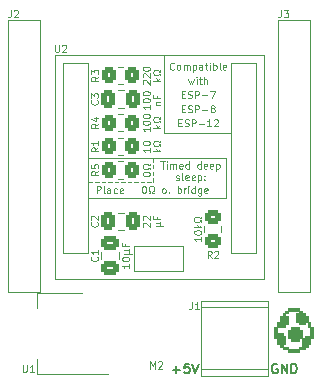
<source format=gto>
G04 #@! TF.GenerationSoftware,KiCad,Pcbnew,(6.0.2)*
G04 #@! TF.CreationDate,2022-09-29T23:54:19+02:00*
G04 #@! TF.ProjectId,ESPBreakoutBoard-Min-Cutout,45535042-7265-4616-9b6f-7574426f6172,rev?*
G04 #@! TF.SameCoordinates,Original*
G04 #@! TF.FileFunction,Legend,Top*
G04 #@! TF.FilePolarity,Positive*
%FSLAX46Y46*%
G04 Gerber Fmt 4.6, Leading zero omitted, Abs format (unit mm)*
G04 Created by KiCad (PCBNEW (6.0.2)) date 2022-09-29 23:54:19*
%MOMM*%
%LPD*%
G01*
G04 APERTURE LIST*
G04 Aperture macros list*
%AMRoundRect*
0 Rectangle with rounded corners*
0 $1 Rounding radius*
0 $2 $3 $4 $5 $6 $7 $8 $9 X,Y pos of 4 corners*
0 Add a 4 corners polygon primitive as box body*
4,1,4,$2,$3,$4,$5,$6,$7,$8,$9,$2,$3,0*
0 Add four circle primitives for the rounded corners*
1,1,$1+$1,$2,$3*
1,1,$1+$1,$4,$5*
1,1,$1+$1,$6,$7*
1,1,$1+$1,$8,$9*
0 Add four rect primitives between the rounded corners*
20,1,$1+$1,$2,$3,$4,$5,0*
20,1,$1+$1,$4,$5,$6,$7,0*
20,1,$1+$1,$6,$7,$8,$9,0*
20,1,$1+$1,$8,$9,$2,$3,0*%
G04 Aperture macros list end*
%ADD10C,0.120000*%
%ADD11C,0.110000*%
%ADD12C,0.150000*%
%ADD13C,0.100000*%
%ADD14C,0.010000*%
%ADD15RoundRect,0.250000X-0.337500X-0.475000X0.337500X-0.475000X0.337500X0.475000X-0.337500X0.475000X0*%
%ADD16RoundRect,0.249999X-0.450001X0.350001X-0.450001X-0.350001X0.450001X-0.350001X0.450001X0.350001X0*%
%ADD17RoundRect,0.249999X-0.350001X-0.450001X0.350001X-0.450001X0.350001X0.450001X-0.350001X0.450001X0*%
%ADD18RoundRect,0.249999X0.350001X0.450001X-0.350001X0.450001X-0.350001X-0.450001X0.350001X-0.450001X0*%
%ADD19R,2.000000X1.500000*%
%ADD20R,2.000000X3.800000*%
%ADD21R,2.200000X2.200000*%
%ADD22C,2.200000*%
%ADD23RoundRect,0.250275X0.474725X-0.337225X0.474725X0.337225X-0.474725X0.337225X-0.474725X-0.337225X0*%
%ADD24RoundRect,0.250000X0.475000X-0.337500X0.475000X0.337500X-0.475000X0.337500X-0.475000X-0.337500X0*%
%ADD25R,1.350000X1.350000*%
%ADD26O,1.350000X1.350000*%
%ADD27C,1.350000*%
%ADD28R,1.700000X1.700000*%
%ADD29O,1.700000X1.700000*%
%ADD30C,0.700000*%
%ADD31C,4.400000*%
G04 APERTURE END LIST*
D10*
X149550000Y-78350000D02*
X149550000Y-78650000D01*
X149550000Y-78950000D02*
X149550000Y-79250000D01*
X144100000Y-79800000D02*
X144400000Y-79800000D01*
X149550000Y-79500000D02*
X149550000Y-79800000D01*
X144650000Y-79800000D02*
X144950000Y-79800000D01*
X145200000Y-79800000D02*
X145500000Y-79800000D01*
X145750000Y-79800000D02*
X146050000Y-79800000D01*
X146300000Y-79800000D02*
X146600000Y-79800000D01*
X146850000Y-79800000D02*
X147150000Y-79800000D01*
X147400000Y-79800000D02*
X147700000Y-79800000D01*
X147950000Y-79800000D02*
X148250000Y-79800000D01*
X148500000Y-79800000D02*
X148800000Y-79800000D01*
X149050000Y-79800000D02*
X149350000Y-79800000D01*
X144100000Y-77800000D02*
X155750000Y-77800000D01*
X149550000Y-77800000D02*
X149550000Y-78100000D01*
X150500000Y-69100000D02*
X150500000Y-75700000D01*
X155750000Y-77800000D02*
X155750000Y-81200000D01*
X150500000Y-75700000D02*
X156100000Y-75700000D01*
X155750000Y-81200000D02*
X144100000Y-81200000D01*
D11*
X144764357Y-80771428D02*
X144764357Y-80171428D01*
X144992928Y-80171428D01*
X145050071Y-80200000D01*
X145078642Y-80228571D01*
X145107214Y-80285714D01*
X145107214Y-80371428D01*
X145078642Y-80428571D01*
X145050071Y-80457142D01*
X144992928Y-80485714D01*
X144764357Y-80485714D01*
X145450071Y-80771428D02*
X145392928Y-80742857D01*
X145364357Y-80685714D01*
X145364357Y-80171428D01*
X145935785Y-80771428D02*
X145935785Y-80457142D01*
X145907214Y-80400000D01*
X145850071Y-80371428D01*
X145735785Y-80371428D01*
X145678642Y-80400000D01*
X145935785Y-80742857D02*
X145878642Y-80771428D01*
X145735785Y-80771428D01*
X145678642Y-80742857D01*
X145650071Y-80685714D01*
X145650071Y-80628571D01*
X145678642Y-80571428D01*
X145735785Y-80542857D01*
X145878642Y-80542857D01*
X145935785Y-80514285D01*
X146478642Y-80742857D02*
X146421500Y-80771428D01*
X146307214Y-80771428D01*
X146250071Y-80742857D01*
X146221500Y-80714285D01*
X146192928Y-80657142D01*
X146192928Y-80485714D01*
X146221500Y-80428571D01*
X146250071Y-80400000D01*
X146307214Y-80371428D01*
X146421500Y-80371428D01*
X146478642Y-80400000D01*
X146964357Y-80742857D02*
X146907214Y-80771428D01*
X146792928Y-80771428D01*
X146735785Y-80742857D01*
X146707214Y-80685714D01*
X146707214Y-80457142D01*
X146735785Y-80400000D01*
X146792928Y-80371428D01*
X146907214Y-80371428D01*
X146964357Y-80400000D01*
X146992928Y-80457142D01*
X146992928Y-80514285D01*
X146707214Y-80571428D01*
X148735785Y-80171428D02*
X148792928Y-80171428D01*
X148850071Y-80200000D01*
X148878642Y-80228571D01*
X148907214Y-80285714D01*
X148935785Y-80400000D01*
X148935785Y-80542857D01*
X148907214Y-80657142D01*
X148878642Y-80714285D01*
X148850071Y-80742857D01*
X148792928Y-80771428D01*
X148735785Y-80771428D01*
X148678642Y-80742857D01*
X148650071Y-80714285D01*
X148621500Y-80657142D01*
X148592928Y-80542857D01*
X148592928Y-80400000D01*
X148621500Y-80285714D01*
X148650071Y-80228571D01*
X148678642Y-80200000D01*
X148735785Y-80171428D01*
X149164357Y-80771428D02*
X149307214Y-80771428D01*
X149307214Y-80657142D01*
X149250071Y-80628571D01*
X149192928Y-80571428D01*
X149164357Y-80485714D01*
X149164357Y-80342857D01*
X149192928Y-80257142D01*
X149250071Y-80200000D01*
X149335785Y-80171428D01*
X149450071Y-80171428D01*
X149535785Y-80200000D01*
X149592928Y-80257142D01*
X149621500Y-80342857D01*
X149621500Y-80485714D01*
X149592928Y-80571428D01*
X149535785Y-80628571D01*
X149478642Y-80657142D01*
X149478642Y-80771428D01*
X149621500Y-80771428D01*
X150421500Y-80771428D02*
X150364357Y-80742857D01*
X150335785Y-80714285D01*
X150307214Y-80657142D01*
X150307214Y-80485714D01*
X150335785Y-80428571D01*
X150364357Y-80400000D01*
X150421500Y-80371428D01*
X150507214Y-80371428D01*
X150564357Y-80400000D01*
X150592928Y-80428571D01*
X150621500Y-80485714D01*
X150621500Y-80657142D01*
X150592928Y-80714285D01*
X150564357Y-80742857D01*
X150507214Y-80771428D01*
X150421500Y-80771428D01*
X150878642Y-80714285D02*
X150907214Y-80742857D01*
X150878642Y-80771428D01*
X150850071Y-80742857D01*
X150878642Y-80714285D01*
X150878642Y-80771428D01*
X151621500Y-80771428D02*
X151621500Y-80171428D01*
X151621500Y-80400000D02*
X151678642Y-80371428D01*
X151792928Y-80371428D01*
X151850071Y-80400000D01*
X151878642Y-80428571D01*
X151907214Y-80485714D01*
X151907214Y-80657142D01*
X151878642Y-80714285D01*
X151850071Y-80742857D01*
X151792928Y-80771428D01*
X151678642Y-80771428D01*
X151621500Y-80742857D01*
X152164357Y-80771428D02*
X152164357Y-80371428D01*
X152164357Y-80485714D02*
X152192928Y-80428571D01*
X152221500Y-80400000D01*
X152278642Y-80371428D01*
X152335785Y-80371428D01*
X152535785Y-80771428D02*
X152535785Y-80371428D01*
X152535785Y-80171428D02*
X152507214Y-80200000D01*
X152535785Y-80228571D01*
X152564357Y-80200000D01*
X152535785Y-80171428D01*
X152535785Y-80228571D01*
X153078642Y-80771428D02*
X153078642Y-80171428D01*
X153078642Y-80742857D02*
X153021500Y-80771428D01*
X152907214Y-80771428D01*
X152850071Y-80742857D01*
X152821500Y-80714285D01*
X152792928Y-80657142D01*
X152792928Y-80485714D01*
X152821500Y-80428571D01*
X152850071Y-80400000D01*
X152907214Y-80371428D01*
X153021500Y-80371428D01*
X153078642Y-80400000D01*
X153621500Y-80371428D02*
X153621500Y-80857142D01*
X153592928Y-80914285D01*
X153564357Y-80942857D01*
X153507214Y-80971428D01*
X153421500Y-80971428D01*
X153364357Y-80942857D01*
X153621500Y-80742857D02*
X153564357Y-80771428D01*
X153450071Y-80771428D01*
X153392928Y-80742857D01*
X153364357Y-80714285D01*
X153335785Y-80657142D01*
X153335785Y-80485714D01*
X153364357Y-80428571D01*
X153392928Y-80400000D01*
X153450071Y-80371428D01*
X153564357Y-80371428D01*
X153621500Y-80400000D01*
X154135785Y-80742857D02*
X154078642Y-80771428D01*
X153964357Y-80771428D01*
X153907214Y-80742857D01*
X153878642Y-80685714D01*
X153878642Y-80457142D01*
X153907214Y-80400000D01*
X153964357Y-80371428D01*
X154078642Y-80371428D01*
X154135785Y-80400000D01*
X154164357Y-80457142D01*
X154164357Y-80514285D01*
X153878642Y-80571428D01*
D12*
X160040476Y-95250000D02*
X159964285Y-95211904D01*
X159850000Y-95211904D01*
X159735714Y-95250000D01*
X159659523Y-95326190D01*
X159621428Y-95402380D01*
X159583333Y-95554761D01*
X159583333Y-95669047D01*
X159621428Y-95821428D01*
X159659523Y-95897619D01*
X159735714Y-95973809D01*
X159850000Y-96011904D01*
X159926190Y-96011904D01*
X160040476Y-95973809D01*
X160078571Y-95935714D01*
X160078571Y-95669047D01*
X159926190Y-95669047D01*
X160421428Y-96011904D02*
X160421428Y-95211904D01*
X160878571Y-96011904D01*
X160878571Y-95211904D01*
X161259523Y-96011904D02*
X161259523Y-95211904D01*
X161450000Y-95211904D01*
X161564285Y-95250000D01*
X161640476Y-95326190D01*
X161678571Y-95402380D01*
X161716666Y-95554761D01*
X161716666Y-95669047D01*
X161678571Y-95821428D01*
X161640476Y-95897619D01*
X161564285Y-95973809D01*
X161450000Y-96011904D01*
X161259523Y-96011904D01*
X151221428Y-95707142D02*
X151830952Y-95707142D01*
X151526190Y-96011904D02*
X151526190Y-95402380D01*
X152592857Y-95211904D02*
X152211904Y-95211904D01*
X152173809Y-95592857D01*
X152211904Y-95554761D01*
X152288095Y-95516666D01*
X152478571Y-95516666D01*
X152554761Y-95554761D01*
X152592857Y-95592857D01*
X152630952Y-95669047D01*
X152630952Y-95859523D01*
X152592857Y-95935714D01*
X152554761Y-95973809D01*
X152478571Y-96011904D01*
X152288095Y-96011904D01*
X152211904Y-95973809D01*
X152173809Y-95935714D01*
X152859523Y-95211904D02*
X153126190Y-96011904D01*
X153392857Y-95211904D01*
D11*
X151978571Y-73607142D02*
X152178571Y-73607142D01*
X152264285Y-73921428D02*
X151978571Y-73921428D01*
X151978571Y-73321428D01*
X152264285Y-73321428D01*
X152492857Y-73892857D02*
X152578571Y-73921428D01*
X152721428Y-73921428D01*
X152778571Y-73892857D01*
X152807142Y-73864285D01*
X152835714Y-73807142D01*
X152835714Y-73750000D01*
X152807142Y-73692857D01*
X152778571Y-73664285D01*
X152721428Y-73635714D01*
X152607142Y-73607142D01*
X152550000Y-73578571D01*
X152521428Y-73550000D01*
X152492857Y-73492857D01*
X152492857Y-73435714D01*
X152521428Y-73378571D01*
X152550000Y-73350000D01*
X152607142Y-73321428D01*
X152750000Y-73321428D01*
X152835714Y-73350000D01*
X153092857Y-73921428D02*
X153092857Y-73321428D01*
X153321428Y-73321428D01*
X153378571Y-73350000D01*
X153407142Y-73378571D01*
X153435714Y-73435714D01*
X153435714Y-73521428D01*
X153407142Y-73578571D01*
X153378571Y-73607142D01*
X153321428Y-73635714D01*
X153092857Y-73635714D01*
X153692857Y-73692857D02*
X154150000Y-73692857D01*
X154521428Y-73578571D02*
X154464285Y-73550000D01*
X154435714Y-73521428D01*
X154407142Y-73464285D01*
X154407142Y-73435714D01*
X154435714Y-73378571D01*
X154464285Y-73350000D01*
X154521428Y-73321428D01*
X154635714Y-73321428D01*
X154692857Y-73350000D01*
X154721428Y-73378571D01*
X154750000Y-73435714D01*
X154750000Y-73464285D01*
X154721428Y-73521428D01*
X154692857Y-73550000D01*
X154635714Y-73578571D01*
X154521428Y-73578571D01*
X154464285Y-73607142D01*
X154435714Y-73635714D01*
X154407142Y-73692857D01*
X154407142Y-73807142D01*
X154435714Y-73864285D01*
X154464285Y-73892857D01*
X154521428Y-73921428D01*
X154635714Y-73921428D01*
X154692857Y-73892857D01*
X154721428Y-73864285D01*
X154750000Y-73807142D01*
X154750000Y-73692857D01*
X154721428Y-73635714D01*
X154692857Y-73607142D01*
X154635714Y-73578571D01*
X152535714Y-71121428D02*
X152650000Y-71521428D01*
X152764285Y-71235714D01*
X152878571Y-71521428D01*
X152992857Y-71121428D01*
X153221428Y-71521428D02*
X153221428Y-71121428D01*
X153221428Y-70921428D02*
X153192857Y-70950000D01*
X153221428Y-70978571D01*
X153250000Y-70950000D01*
X153221428Y-70921428D01*
X153221428Y-70978571D01*
X153421428Y-71121428D02*
X153650000Y-71121428D01*
X153507142Y-70921428D02*
X153507142Y-71435714D01*
X153535714Y-71492857D01*
X153592857Y-71521428D01*
X153650000Y-71521428D01*
X153850000Y-71521428D02*
X153850000Y-70921428D01*
X154107142Y-71521428D02*
X154107142Y-71207142D01*
X154078571Y-71150000D01*
X154021428Y-71121428D01*
X153935714Y-71121428D01*
X153878571Y-71150000D01*
X153850000Y-71178571D01*
X151978571Y-72407142D02*
X152178571Y-72407142D01*
X152264285Y-72721428D02*
X151978571Y-72721428D01*
X151978571Y-72121428D01*
X152264285Y-72121428D01*
X152492857Y-72692857D02*
X152578571Y-72721428D01*
X152721428Y-72721428D01*
X152778571Y-72692857D01*
X152807142Y-72664285D01*
X152835714Y-72607142D01*
X152835714Y-72550000D01*
X152807142Y-72492857D01*
X152778571Y-72464285D01*
X152721428Y-72435714D01*
X152607142Y-72407142D01*
X152550000Y-72378571D01*
X152521428Y-72350000D01*
X152492857Y-72292857D01*
X152492857Y-72235714D01*
X152521428Y-72178571D01*
X152550000Y-72150000D01*
X152607142Y-72121428D01*
X152750000Y-72121428D01*
X152835714Y-72150000D01*
X153092857Y-72721428D02*
X153092857Y-72121428D01*
X153321428Y-72121428D01*
X153378571Y-72150000D01*
X153407142Y-72178571D01*
X153435714Y-72235714D01*
X153435714Y-72321428D01*
X153407142Y-72378571D01*
X153378571Y-72407142D01*
X153321428Y-72435714D01*
X153092857Y-72435714D01*
X153692857Y-72492857D02*
X154150000Y-72492857D01*
X154378571Y-72121428D02*
X154778571Y-72121428D01*
X154521428Y-72721428D01*
X150171428Y-78088428D02*
X150514285Y-78088428D01*
X150342857Y-78688428D02*
X150342857Y-78088428D01*
X150714285Y-78688428D02*
X150714285Y-78288428D01*
X150714285Y-78088428D02*
X150685714Y-78117000D01*
X150714285Y-78145571D01*
X150742857Y-78117000D01*
X150714285Y-78088428D01*
X150714285Y-78145571D01*
X151000000Y-78688428D02*
X151000000Y-78288428D01*
X151000000Y-78345571D02*
X151028571Y-78317000D01*
X151085714Y-78288428D01*
X151171428Y-78288428D01*
X151228571Y-78317000D01*
X151257142Y-78374142D01*
X151257142Y-78688428D01*
X151257142Y-78374142D02*
X151285714Y-78317000D01*
X151342857Y-78288428D01*
X151428571Y-78288428D01*
X151485714Y-78317000D01*
X151514285Y-78374142D01*
X151514285Y-78688428D01*
X152028571Y-78659857D02*
X151971428Y-78688428D01*
X151857142Y-78688428D01*
X151800000Y-78659857D01*
X151771428Y-78602714D01*
X151771428Y-78374142D01*
X151800000Y-78317000D01*
X151857142Y-78288428D01*
X151971428Y-78288428D01*
X152028571Y-78317000D01*
X152057142Y-78374142D01*
X152057142Y-78431285D01*
X151771428Y-78488428D01*
X152571428Y-78688428D02*
X152571428Y-78088428D01*
X152571428Y-78659857D02*
X152514285Y-78688428D01*
X152400000Y-78688428D01*
X152342857Y-78659857D01*
X152314285Y-78631285D01*
X152285714Y-78574142D01*
X152285714Y-78402714D01*
X152314285Y-78345571D01*
X152342857Y-78317000D01*
X152400000Y-78288428D01*
X152514285Y-78288428D01*
X152571428Y-78317000D01*
X153571428Y-78688428D02*
X153571428Y-78088428D01*
X153571428Y-78659857D02*
X153514285Y-78688428D01*
X153400000Y-78688428D01*
X153342857Y-78659857D01*
X153314285Y-78631285D01*
X153285714Y-78574142D01*
X153285714Y-78402714D01*
X153314285Y-78345571D01*
X153342857Y-78317000D01*
X153400000Y-78288428D01*
X153514285Y-78288428D01*
X153571428Y-78317000D01*
X154085714Y-78659857D02*
X154028571Y-78688428D01*
X153914285Y-78688428D01*
X153857142Y-78659857D01*
X153828571Y-78602714D01*
X153828571Y-78374142D01*
X153857142Y-78317000D01*
X153914285Y-78288428D01*
X154028571Y-78288428D01*
X154085714Y-78317000D01*
X154114285Y-78374142D01*
X154114285Y-78431285D01*
X153828571Y-78488428D01*
X154600000Y-78659857D02*
X154542857Y-78688428D01*
X154428571Y-78688428D01*
X154371428Y-78659857D01*
X154342857Y-78602714D01*
X154342857Y-78374142D01*
X154371428Y-78317000D01*
X154428571Y-78288428D01*
X154542857Y-78288428D01*
X154600000Y-78317000D01*
X154628571Y-78374142D01*
X154628571Y-78431285D01*
X154342857Y-78488428D01*
X154885714Y-78288428D02*
X154885714Y-78888428D01*
X154885714Y-78317000D02*
X154942857Y-78288428D01*
X155057142Y-78288428D01*
X155114285Y-78317000D01*
X155142857Y-78345571D01*
X155171428Y-78402714D01*
X155171428Y-78574142D01*
X155142857Y-78631285D01*
X155114285Y-78659857D01*
X155057142Y-78688428D01*
X154942857Y-78688428D01*
X154885714Y-78659857D01*
X151485714Y-79625857D02*
X151542857Y-79654428D01*
X151657142Y-79654428D01*
X151714285Y-79625857D01*
X151742857Y-79568714D01*
X151742857Y-79540142D01*
X151714285Y-79483000D01*
X151657142Y-79454428D01*
X151571428Y-79454428D01*
X151514285Y-79425857D01*
X151485714Y-79368714D01*
X151485714Y-79340142D01*
X151514285Y-79283000D01*
X151571428Y-79254428D01*
X151657142Y-79254428D01*
X151714285Y-79283000D01*
X152085714Y-79654428D02*
X152028571Y-79625857D01*
X152000000Y-79568714D01*
X152000000Y-79054428D01*
X152542857Y-79625857D02*
X152485714Y-79654428D01*
X152371428Y-79654428D01*
X152314285Y-79625857D01*
X152285714Y-79568714D01*
X152285714Y-79340142D01*
X152314285Y-79283000D01*
X152371428Y-79254428D01*
X152485714Y-79254428D01*
X152542857Y-79283000D01*
X152571428Y-79340142D01*
X152571428Y-79397285D01*
X152285714Y-79454428D01*
X153057142Y-79625857D02*
X153000000Y-79654428D01*
X152885714Y-79654428D01*
X152828571Y-79625857D01*
X152800000Y-79568714D01*
X152800000Y-79340142D01*
X152828571Y-79283000D01*
X152885714Y-79254428D01*
X153000000Y-79254428D01*
X153057142Y-79283000D01*
X153085714Y-79340142D01*
X153085714Y-79397285D01*
X152800000Y-79454428D01*
X153342857Y-79254428D02*
X153342857Y-79854428D01*
X153342857Y-79283000D02*
X153400000Y-79254428D01*
X153514285Y-79254428D01*
X153571428Y-79283000D01*
X153600000Y-79311571D01*
X153628571Y-79368714D01*
X153628571Y-79540142D01*
X153600000Y-79597285D01*
X153571428Y-79625857D01*
X153514285Y-79654428D01*
X153400000Y-79654428D01*
X153342857Y-79625857D01*
X153885714Y-79597285D02*
X153914285Y-79625857D01*
X153885714Y-79654428D01*
X153857142Y-79625857D01*
X153885714Y-79597285D01*
X153885714Y-79654428D01*
X153885714Y-79283000D02*
X153914285Y-79311571D01*
X153885714Y-79340142D01*
X153857142Y-79311571D01*
X153885714Y-79283000D01*
X153885714Y-79340142D01*
X151692857Y-74807142D02*
X151892857Y-74807142D01*
X151978571Y-75121428D02*
X151692857Y-75121428D01*
X151692857Y-74521428D01*
X151978571Y-74521428D01*
X152207142Y-75092857D02*
X152292857Y-75121428D01*
X152435714Y-75121428D01*
X152492857Y-75092857D01*
X152521428Y-75064285D01*
X152550000Y-75007142D01*
X152550000Y-74950000D01*
X152521428Y-74892857D01*
X152492857Y-74864285D01*
X152435714Y-74835714D01*
X152321428Y-74807142D01*
X152264285Y-74778571D01*
X152235714Y-74750000D01*
X152207142Y-74692857D01*
X152207142Y-74635714D01*
X152235714Y-74578571D01*
X152264285Y-74550000D01*
X152321428Y-74521428D01*
X152464285Y-74521428D01*
X152550000Y-74550000D01*
X152807142Y-75121428D02*
X152807142Y-74521428D01*
X153035714Y-74521428D01*
X153092857Y-74550000D01*
X153121428Y-74578571D01*
X153150000Y-74635714D01*
X153150000Y-74721428D01*
X153121428Y-74778571D01*
X153092857Y-74807142D01*
X153035714Y-74835714D01*
X152807142Y-74835714D01*
X153407142Y-74892857D02*
X153864285Y-74892857D01*
X154464285Y-75121428D02*
X154121428Y-75121428D01*
X154292857Y-75121428D02*
X154292857Y-74521428D01*
X154235714Y-74607142D01*
X154178571Y-74664285D01*
X154121428Y-74692857D01*
X154692857Y-74578571D02*
X154721428Y-74550000D01*
X154778571Y-74521428D01*
X154921428Y-74521428D01*
X154978571Y-74550000D01*
X155007142Y-74578571D01*
X155035714Y-74635714D01*
X155035714Y-74692857D01*
X155007142Y-74778571D01*
X154664285Y-75121428D01*
X155035714Y-75121428D01*
X151321428Y-70264285D02*
X151292857Y-70292857D01*
X151207142Y-70321428D01*
X151150000Y-70321428D01*
X151064285Y-70292857D01*
X151007142Y-70235714D01*
X150978571Y-70178571D01*
X150950000Y-70064285D01*
X150950000Y-69978571D01*
X150978571Y-69864285D01*
X151007142Y-69807142D01*
X151064285Y-69750000D01*
X151150000Y-69721428D01*
X151207142Y-69721428D01*
X151292857Y-69750000D01*
X151321428Y-69778571D01*
X151664285Y-70321428D02*
X151607142Y-70292857D01*
X151578571Y-70264285D01*
X151550000Y-70207142D01*
X151550000Y-70035714D01*
X151578571Y-69978571D01*
X151607142Y-69950000D01*
X151664285Y-69921428D01*
X151750000Y-69921428D01*
X151807142Y-69950000D01*
X151835714Y-69978571D01*
X151864285Y-70035714D01*
X151864285Y-70207142D01*
X151835714Y-70264285D01*
X151807142Y-70292857D01*
X151750000Y-70321428D01*
X151664285Y-70321428D01*
X152121428Y-70321428D02*
X152121428Y-69921428D01*
X152121428Y-69978571D02*
X152150000Y-69950000D01*
X152207142Y-69921428D01*
X152292857Y-69921428D01*
X152350000Y-69950000D01*
X152378571Y-70007142D01*
X152378571Y-70321428D01*
X152378571Y-70007142D02*
X152407142Y-69950000D01*
X152464285Y-69921428D01*
X152550000Y-69921428D01*
X152607142Y-69950000D01*
X152635714Y-70007142D01*
X152635714Y-70321428D01*
X152921428Y-69921428D02*
X152921428Y-70521428D01*
X152921428Y-69950000D02*
X152978571Y-69921428D01*
X153092857Y-69921428D01*
X153150000Y-69950000D01*
X153178571Y-69978571D01*
X153207142Y-70035714D01*
X153207142Y-70207142D01*
X153178571Y-70264285D01*
X153150000Y-70292857D01*
X153092857Y-70321428D01*
X152978571Y-70321428D01*
X152921428Y-70292857D01*
X153721428Y-70321428D02*
X153721428Y-70007142D01*
X153692857Y-69950000D01*
X153635714Y-69921428D01*
X153521428Y-69921428D01*
X153464285Y-69950000D01*
X153721428Y-70292857D02*
X153664285Y-70321428D01*
X153521428Y-70321428D01*
X153464285Y-70292857D01*
X153435714Y-70235714D01*
X153435714Y-70178571D01*
X153464285Y-70121428D01*
X153521428Y-70092857D01*
X153664285Y-70092857D01*
X153721428Y-70064285D01*
X153921428Y-69921428D02*
X154150000Y-69921428D01*
X154007142Y-69721428D02*
X154007142Y-70235714D01*
X154035714Y-70292857D01*
X154092857Y-70321428D01*
X154150000Y-70321428D01*
X154350000Y-70321428D02*
X154350000Y-69921428D01*
X154350000Y-69721428D02*
X154321428Y-69750000D01*
X154350000Y-69778571D01*
X154378571Y-69750000D01*
X154350000Y-69721428D01*
X154350000Y-69778571D01*
X154635714Y-70321428D02*
X154635714Y-69721428D01*
X154635714Y-69950000D02*
X154692857Y-69921428D01*
X154807142Y-69921428D01*
X154864285Y-69950000D01*
X154892857Y-69978571D01*
X154921428Y-70035714D01*
X154921428Y-70207142D01*
X154892857Y-70264285D01*
X154864285Y-70292857D01*
X154807142Y-70321428D01*
X154692857Y-70321428D01*
X154635714Y-70292857D01*
X155264285Y-70321428D02*
X155207142Y-70292857D01*
X155178571Y-70235714D01*
X155178571Y-69721428D01*
X155721428Y-70292857D02*
X155664285Y-70321428D01*
X155550000Y-70321428D01*
X155492857Y-70292857D01*
X155464285Y-70235714D01*
X155464285Y-70007142D01*
X155492857Y-69950000D01*
X155550000Y-69921428D01*
X155664285Y-69921428D01*
X155721428Y-69950000D01*
X155750000Y-70007142D01*
X155750000Y-70064285D01*
X155464285Y-70121428D01*
D13*
X144814285Y-83250000D02*
X144842857Y-83278571D01*
X144871428Y-83364285D01*
X144871428Y-83421428D01*
X144842857Y-83507142D01*
X144785714Y-83564285D01*
X144728571Y-83592857D01*
X144614285Y-83621428D01*
X144528571Y-83621428D01*
X144414285Y-83592857D01*
X144357142Y-83564285D01*
X144300000Y-83507142D01*
X144271428Y-83421428D01*
X144271428Y-83364285D01*
X144300000Y-83278571D01*
X144328571Y-83250000D01*
X144328571Y-83021428D02*
X144300000Y-82992857D01*
X144271428Y-82935714D01*
X144271428Y-82792857D01*
X144300000Y-82735714D01*
X144328571Y-82707142D01*
X144385714Y-82678571D01*
X144442857Y-82678571D01*
X144528571Y-82707142D01*
X144871428Y-83050000D01*
X144871428Y-82678571D01*
X148728571Y-83607142D02*
X148700000Y-83578571D01*
X148671428Y-83521428D01*
X148671428Y-83378571D01*
X148700000Y-83321428D01*
X148728571Y-83292857D01*
X148785714Y-83264285D01*
X148842857Y-83264285D01*
X148928571Y-83292857D01*
X149271428Y-83635714D01*
X149271428Y-83264285D01*
X148728571Y-83035714D02*
X148700000Y-83007142D01*
X148671428Y-82950000D01*
X148671428Y-82807142D01*
X148700000Y-82750000D01*
X148728571Y-82721428D01*
X148785714Y-82692857D01*
X148842857Y-82692857D01*
X148928571Y-82721428D01*
X149271428Y-83064285D01*
X149271428Y-82692857D01*
X149771428Y-83578571D02*
X150371428Y-83578571D01*
X150085714Y-83292857D02*
X150142857Y-83264285D01*
X150171428Y-83207142D01*
X150085714Y-83578571D02*
X150142857Y-83550000D01*
X150171428Y-83492857D01*
X150171428Y-83378571D01*
X150142857Y-83321428D01*
X150085714Y-83292857D01*
X149771428Y-83292857D01*
X149857142Y-82750000D02*
X149857142Y-82950000D01*
X150171428Y-82950000D02*
X149571428Y-82950000D01*
X149571428Y-82664285D01*
X144814285Y-72900000D02*
X144842857Y-72928571D01*
X144871428Y-73014285D01*
X144871428Y-73071428D01*
X144842857Y-73157142D01*
X144785714Y-73214285D01*
X144728571Y-73242857D01*
X144614285Y-73271428D01*
X144528571Y-73271428D01*
X144414285Y-73242857D01*
X144357142Y-73214285D01*
X144300000Y-73157142D01*
X144271428Y-73071428D01*
X144271428Y-73014285D01*
X144300000Y-72928571D01*
X144328571Y-72900000D01*
X144271428Y-72700000D02*
X144271428Y-72328571D01*
X144500000Y-72528571D01*
X144500000Y-72442857D01*
X144528571Y-72385714D01*
X144557142Y-72357142D01*
X144614285Y-72328571D01*
X144757142Y-72328571D01*
X144814285Y-72357142D01*
X144842857Y-72385714D01*
X144871428Y-72442857D01*
X144871428Y-72614285D01*
X144842857Y-72671428D01*
X144814285Y-72700000D01*
X149271428Y-73300000D02*
X149271428Y-73642857D01*
X149271428Y-73471428D02*
X148671428Y-73471428D01*
X148757142Y-73528571D01*
X148814285Y-73585714D01*
X148842857Y-73642857D01*
X148671428Y-72928571D02*
X148671428Y-72871428D01*
X148700000Y-72814285D01*
X148728571Y-72785714D01*
X148785714Y-72757142D01*
X148900000Y-72728571D01*
X149042857Y-72728571D01*
X149157142Y-72757142D01*
X149214285Y-72785714D01*
X149242857Y-72814285D01*
X149271428Y-72871428D01*
X149271428Y-72928571D01*
X149242857Y-72985714D01*
X149214285Y-73014285D01*
X149157142Y-73042857D01*
X149042857Y-73071428D01*
X148900000Y-73071428D01*
X148785714Y-73042857D01*
X148728571Y-73014285D01*
X148700000Y-72985714D01*
X148671428Y-72928571D01*
X148671428Y-72357142D02*
X148671428Y-72300000D01*
X148700000Y-72242857D01*
X148728571Y-72214285D01*
X148785714Y-72185714D01*
X148900000Y-72157142D01*
X149042857Y-72157142D01*
X149157142Y-72185714D01*
X149214285Y-72214285D01*
X149242857Y-72242857D01*
X149271428Y-72300000D01*
X149271428Y-72357142D01*
X149242857Y-72414285D01*
X149214285Y-72442857D01*
X149157142Y-72471428D01*
X149042857Y-72500000D01*
X148900000Y-72500000D01*
X148785714Y-72471428D01*
X148728571Y-72442857D01*
X148700000Y-72414285D01*
X148671428Y-72357142D01*
X149771428Y-73285714D02*
X150171428Y-73285714D01*
X149828571Y-73285714D02*
X149800000Y-73257142D01*
X149771428Y-73200000D01*
X149771428Y-73114285D01*
X149800000Y-73057142D01*
X149857142Y-73028571D01*
X150171428Y-73028571D01*
X149857142Y-72542857D02*
X149857142Y-72742857D01*
X150171428Y-72742857D02*
X149571428Y-72742857D01*
X149571428Y-72457142D01*
X154500000Y-86271428D02*
X154300000Y-85985714D01*
X154157142Y-86271428D02*
X154157142Y-85671428D01*
X154385714Y-85671428D01*
X154442857Y-85700000D01*
X154471428Y-85728571D01*
X154500000Y-85785714D01*
X154500000Y-85871428D01*
X154471428Y-85928571D01*
X154442857Y-85957142D01*
X154385714Y-85985714D01*
X154157142Y-85985714D01*
X154728571Y-85728571D02*
X154757142Y-85700000D01*
X154814285Y-85671428D01*
X154957142Y-85671428D01*
X155014285Y-85700000D01*
X155042857Y-85728571D01*
X155071428Y-85785714D01*
X155071428Y-85842857D01*
X155042857Y-85928571D01*
X154700000Y-86271428D01*
X155071428Y-86271428D01*
X153621428Y-84500000D02*
X153621428Y-84842857D01*
X153621428Y-84671428D02*
X153021428Y-84671428D01*
X153107142Y-84728571D01*
X153164285Y-84785714D01*
X153192857Y-84842857D01*
X153021428Y-84128571D02*
X153021428Y-84071428D01*
X153050000Y-84014285D01*
X153078571Y-83985714D01*
X153135714Y-83957142D01*
X153250000Y-83928571D01*
X153392857Y-83928571D01*
X153507142Y-83957142D01*
X153564285Y-83985714D01*
X153592857Y-84014285D01*
X153621428Y-84071428D01*
X153621428Y-84128571D01*
X153592857Y-84185714D01*
X153564285Y-84214285D01*
X153507142Y-84242857D01*
X153392857Y-84271428D01*
X153250000Y-84271428D01*
X153135714Y-84242857D01*
X153078571Y-84214285D01*
X153050000Y-84185714D01*
X153021428Y-84128571D01*
X153621428Y-83671428D02*
X153021428Y-83671428D01*
X153392857Y-83614285D02*
X153621428Y-83442857D01*
X153221428Y-83442857D02*
X153450000Y-83671428D01*
X153621428Y-83214285D02*
X153621428Y-83071428D01*
X153507142Y-83071428D01*
X153478571Y-83128571D01*
X153421428Y-83185714D01*
X153335714Y-83214285D01*
X153192857Y-83214285D01*
X153107142Y-83185714D01*
X153050000Y-83128571D01*
X153021428Y-83042857D01*
X153021428Y-82928571D01*
X153050000Y-82842857D01*
X153107142Y-82785714D01*
X153192857Y-82757142D01*
X153335714Y-82757142D01*
X153421428Y-82785714D01*
X153478571Y-82842857D01*
X153507142Y-82900000D01*
X153621428Y-82900000D01*
X153621428Y-82757142D01*
X144921428Y-70900000D02*
X144635714Y-71100000D01*
X144921428Y-71242857D02*
X144321428Y-71242857D01*
X144321428Y-71014285D01*
X144350000Y-70957142D01*
X144378571Y-70928571D01*
X144435714Y-70900000D01*
X144521428Y-70900000D01*
X144578571Y-70928571D01*
X144607142Y-70957142D01*
X144635714Y-71014285D01*
X144635714Y-71242857D01*
X144321428Y-70700000D02*
X144321428Y-70328571D01*
X144550000Y-70528571D01*
X144550000Y-70442857D01*
X144578571Y-70385714D01*
X144607142Y-70357142D01*
X144664285Y-70328571D01*
X144807142Y-70328571D01*
X144864285Y-70357142D01*
X144892857Y-70385714D01*
X144921428Y-70442857D01*
X144921428Y-70614285D01*
X144892857Y-70671428D01*
X144864285Y-70700000D01*
X148728571Y-71542857D02*
X148700000Y-71514285D01*
X148671428Y-71457142D01*
X148671428Y-71314285D01*
X148700000Y-71257142D01*
X148728571Y-71228571D01*
X148785714Y-71200000D01*
X148842857Y-71200000D01*
X148928571Y-71228571D01*
X149271428Y-71571428D01*
X149271428Y-71200000D01*
X148728571Y-70971428D02*
X148700000Y-70942857D01*
X148671428Y-70885714D01*
X148671428Y-70742857D01*
X148700000Y-70685714D01*
X148728571Y-70657142D01*
X148785714Y-70628571D01*
X148842857Y-70628571D01*
X148928571Y-70657142D01*
X149271428Y-71000000D01*
X149271428Y-70628571D01*
X148671428Y-70257142D02*
X148671428Y-70200000D01*
X148700000Y-70142857D01*
X148728571Y-70114285D01*
X148785714Y-70085714D01*
X148900000Y-70057142D01*
X149042857Y-70057142D01*
X149157142Y-70085714D01*
X149214285Y-70114285D01*
X149242857Y-70142857D01*
X149271428Y-70200000D01*
X149271428Y-70257142D01*
X149242857Y-70314285D01*
X149214285Y-70342857D01*
X149157142Y-70371428D01*
X149042857Y-70400000D01*
X148900000Y-70400000D01*
X148785714Y-70371428D01*
X148728571Y-70342857D01*
X148700000Y-70314285D01*
X148671428Y-70257142D01*
X150171428Y-71242857D02*
X149571428Y-71242857D01*
X149942857Y-71185714D02*
X150171428Y-71014285D01*
X149771428Y-71014285D02*
X150000000Y-71242857D01*
X150171428Y-70785714D02*
X150171428Y-70642857D01*
X150057142Y-70642857D01*
X150028571Y-70700000D01*
X149971428Y-70757142D01*
X149885714Y-70785714D01*
X149742857Y-70785714D01*
X149657142Y-70757142D01*
X149600000Y-70700000D01*
X149571428Y-70614285D01*
X149571428Y-70500000D01*
X149600000Y-70414285D01*
X149657142Y-70357142D01*
X149742857Y-70328571D01*
X149885714Y-70328571D01*
X149971428Y-70357142D01*
X150028571Y-70414285D01*
X150057142Y-70471428D01*
X150171428Y-70471428D01*
X150171428Y-70328571D01*
X144921428Y-74900000D02*
X144635714Y-75100000D01*
X144921428Y-75242857D02*
X144321428Y-75242857D01*
X144321428Y-75014285D01*
X144350000Y-74957142D01*
X144378571Y-74928571D01*
X144435714Y-74900000D01*
X144521428Y-74900000D01*
X144578571Y-74928571D01*
X144607142Y-74957142D01*
X144635714Y-75014285D01*
X144635714Y-75242857D01*
X144521428Y-74385714D02*
X144921428Y-74385714D01*
X144292857Y-74528571D02*
X144721428Y-74671428D01*
X144721428Y-74300000D01*
X149271428Y-75200000D02*
X149271428Y-75542857D01*
X149271428Y-75371428D02*
X148671428Y-75371428D01*
X148757142Y-75428571D01*
X148814285Y-75485714D01*
X148842857Y-75542857D01*
X148671428Y-74828571D02*
X148671428Y-74771428D01*
X148700000Y-74714285D01*
X148728571Y-74685714D01*
X148785714Y-74657142D01*
X148900000Y-74628571D01*
X149042857Y-74628571D01*
X149157142Y-74657142D01*
X149214285Y-74685714D01*
X149242857Y-74714285D01*
X149271428Y-74771428D01*
X149271428Y-74828571D01*
X149242857Y-74885714D01*
X149214285Y-74914285D01*
X149157142Y-74942857D01*
X149042857Y-74971428D01*
X148900000Y-74971428D01*
X148785714Y-74942857D01*
X148728571Y-74914285D01*
X148700000Y-74885714D01*
X148671428Y-74828571D01*
X148671428Y-74257142D02*
X148671428Y-74200000D01*
X148700000Y-74142857D01*
X148728571Y-74114285D01*
X148785714Y-74085714D01*
X148900000Y-74057142D01*
X149042857Y-74057142D01*
X149157142Y-74085714D01*
X149214285Y-74114285D01*
X149242857Y-74142857D01*
X149271428Y-74200000D01*
X149271428Y-74257142D01*
X149242857Y-74314285D01*
X149214285Y-74342857D01*
X149157142Y-74371428D01*
X149042857Y-74400000D01*
X148900000Y-74400000D01*
X148785714Y-74371428D01*
X148728571Y-74342857D01*
X148700000Y-74314285D01*
X148671428Y-74257142D01*
X150171428Y-75242857D02*
X149571428Y-75242857D01*
X149942857Y-75185714D02*
X150171428Y-75014285D01*
X149771428Y-75014285D02*
X150000000Y-75242857D01*
X150171428Y-74785714D02*
X150171428Y-74642857D01*
X150057142Y-74642857D01*
X150028571Y-74700000D01*
X149971428Y-74757142D01*
X149885714Y-74785714D01*
X149742857Y-74785714D01*
X149657142Y-74757142D01*
X149600000Y-74700000D01*
X149571428Y-74614285D01*
X149571428Y-74500000D01*
X149600000Y-74414285D01*
X149657142Y-74357142D01*
X149742857Y-74328571D01*
X149885714Y-74328571D01*
X149971428Y-74357142D01*
X150028571Y-74414285D01*
X150057142Y-74471428D01*
X150171428Y-74471428D01*
X150171428Y-74328571D01*
X144921428Y-78900000D02*
X144635714Y-79100000D01*
X144921428Y-79242857D02*
X144321428Y-79242857D01*
X144321428Y-79014285D01*
X144350000Y-78957142D01*
X144378571Y-78928571D01*
X144435714Y-78900000D01*
X144521428Y-78900000D01*
X144578571Y-78928571D01*
X144607142Y-78957142D01*
X144635714Y-79014285D01*
X144635714Y-79242857D01*
X144321428Y-78357142D02*
X144321428Y-78642857D01*
X144607142Y-78671428D01*
X144578571Y-78642857D01*
X144550000Y-78585714D01*
X144550000Y-78442857D01*
X144578571Y-78385714D01*
X144607142Y-78357142D01*
X144664285Y-78328571D01*
X144807142Y-78328571D01*
X144864285Y-78357142D01*
X144892857Y-78385714D01*
X144921428Y-78442857D01*
X144921428Y-78585714D01*
X144892857Y-78642857D01*
X144864285Y-78671428D01*
X148671428Y-79171428D02*
X148671428Y-79114285D01*
X148700000Y-79057142D01*
X148728571Y-79028571D01*
X148785714Y-79000000D01*
X148900000Y-78971428D01*
X149042857Y-78971428D01*
X149157142Y-79000000D01*
X149214285Y-79028571D01*
X149242857Y-79057142D01*
X149271428Y-79114285D01*
X149271428Y-79171428D01*
X149242857Y-79228571D01*
X149214285Y-79257142D01*
X149157142Y-79285714D01*
X149042857Y-79314285D01*
X148900000Y-79314285D01*
X148785714Y-79285714D01*
X148728571Y-79257142D01*
X148700000Y-79228571D01*
X148671428Y-79171428D01*
X149271428Y-78742857D02*
X149271428Y-78600000D01*
X149157142Y-78600000D01*
X149128571Y-78657142D01*
X149071428Y-78714285D01*
X148985714Y-78742857D01*
X148842857Y-78742857D01*
X148757142Y-78714285D01*
X148700000Y-78657142D01*
X148671428Y-78571428D01*
X148671428Y-78457142D01*
X148700000Y-78371428D01*
X148757142Y-78314285D01*
X148842857Y-78285714D01*
X148985714Y-78285714D01*
X149071428Y-78314285D01*
X149128571Y-78371428D01*
X149157142Y-78428571D01*
X149271428Y-78428571D01*
X149271428Y-78285714D01*
X144921428Y-76900000D02*
X144635714Y-77100000D01*
X144921428Y-77242857D02*
X144321428Y-77242857D01*
X144321428Y-77014285D01*
X144350000Y-76957142D01*
X144378571Y-76928571D01*
X144435714Y-76900000D01*
X144521428Y-76900000D01*
X144578571Y-76928571D01*
X144607142Y-76957142D01*
X144635714Y-77014285D01*
X144635714Y-77242857D01*
X144921428Y-76328571D02*
X144921428Y-76671428D01*
X144921428Y-76500000D02*
X144321428Y-76500000D01*
X144407142Y-76557142D01*
X144464285Y-76614285D01*
X144492857Y-76671428D01*
X149271428Y-76914285D02*
X149271428Y-77257142D01*
X149271428Y-77085714D02*
X148671428Y-77085714D01*
X148757142Y-77142857D01*
X148814285Y-77200000D01*
X148842857Y-77257142D01*
X148671428Y-76542857D02*
X148671428Y-76485714D01*
X148700000Y-76428571D01*
X148728571Y-76400000D01*
X148785714Y-76371428D01*
X148900000Y-76342857D01*
X149042857Y-76342857D01*
X149157142Y-76371428D01*
X149214285Y-76400000D01*
X149242857Y-76428571D01*
X149271428Y-76485714D01*
X149271428Y-76542857D01*
X149242857Y-76600000D01*
X149214285Y-76628571D01*
X149157142Y-76657142D01*
X149042857Y-76685714D01*
X148900000Y-76685714D01*
X148785714Y-76657142D01*
X148728571Y-76628571D01*
X148700000Y-76600000D01*
X148671428Y-76542857D01*
X150171428Y-77242857D02*
X149571428Y-77242857D01*
X149942857Y-77185714D02*
X150171428Y-77014285D01*
X149771428Y-77014285D02*
X150000000Y-77242857D01*
X150171428Y-76785714D02*
X150171428Y-76642857D01*
X150057142Y-76642857D01*
X150028571Y-76700000D01*
X149971428Y-76757142D01*
X149885714Y-76785714D01*
X149742857Y-76785714D01*
X149657142Y-76757142D01*
X149600000Y-76700000D01*
X149571428Y-76614285D01*
X149571428Y-76500000D01*
X149600000Y-76414285D01*
X149657142Y-76357142D01*
X149742857Y-76328571D01*
X149885714Y-76328571D01*
X149971428Y-76357142D01*
X150028571Y-76414285D01*
X150057142Y-76471428D01*
X150171428Y-76471428D01*
X150171428Y-76328571D01*
X138492857Y-95314360D02*
X138492857Y-95800074D01*
X138521428Y-95857217D01*
X138550000Y-95885789D01*
X138607142Y-95914360D01*
X138721428Y-95914360D01*
X138778571Y-95885789D01*
X138807142Y-95857217D01*
X138835714Y-95800074D01*
X138835714Y-95314360D01*
X139435714Y-95914360D02*
X139092857Y-95914360D01*
X139264285Y-95914360D02*
X139264285Y-95314360D01*
X139207142Y-95400074D01*
X139150000Y-95457217D01*
X139092857Y-95485789D01*
X152850000Y-89978496D02*
X152850000Y-90407068D01*
X152821428Y-90492782D01*
X152764285Y-90549925D01*
X152678571Y-90578496D01*
X152621428Y-90578496D01*
X153450000Y-90578496D02*
X153107142Y-90578496D01*
X153278571Y-90578496D02*
X153278571Y-89978496D01*
X153221428Y-90064210D01*
X153164285Y-90121353D01*
X153107142Y-90149925D01*
X144814285Y-86150000D02*
X144842857Y-86178571D01*
X144871428Y-86264285D01*
X144871428Y-86321428D01*
X144842857Y-86407142D01*
X144785714Y-86464285D01*
X144728571Y-86492857D01*
X144614285Y-86521428D01*
X144528571Y-86521428D01*
X144414285Y-86492857D01*
X144357142Y-86464285D01*
X144300000Y-86407142D01*
X144271428Y-86321428D01*
X144271428Y-86264285D01*
X144300000Y-86178571D01*
X144328571Y-86150000D01*
X144871428Y-85578571D02*
X144871428Y-85921428D01*
X144871428Y-85750000D02*
X144271428Y-85750000D01*
X144357142Y-85807142D01*
X144414285Y-85864285D01*
X144442857Y-85921428D01*
X147521428Y-86735714D02*
X147521428Y-87078571D01*
X147521428Y-86907142D02*
X146921428Y-86907142D01*
X147007142Y-86964285D01*
X147064285Y-87021428D01*
X147092857Y-87078571D01*
X146921428Y-86364285D02*
X146921428Y-86307142D01*
X146950000Y-86250000D01*
X146978571Y-86221428D01*
X147035714Y-86192857D01*
X147150000Y-86164285D01*
X147292857Y-86164285D01*
X147407142Y-86192857D01*
X147464285Y-86221428D01*
X147492857Y-86250000D01*
X147521428Y-86307142D01*
X147521428Y-86364285D01*
X147492857Y-86421428D01*
X147464285Y-86450000D01*
X147407142Y-86478571D01*
X147292857Y-86507142D01*
X147150000Y-86507142D01*
X147035714Y-86478571D01*
X146978571Y-86450000D01*
X146950000Y-86421428D01*
X146921428Y-86364285D01*
X147121428Y-85907142D02*
X147721428Y-85907142D01*
X147435714Y-85621428D02*
X147492857Y-85592857D01*
X147521428Y-85535714D01*
X147435714Y-85907142D02*
X147492857Y-85878571D01*
X147521428Y-85821428D01*
X147521428Y-85707142D01*
X147492857Y-85650000D01*
X147435714Y-85621428D01*
X147121428Y-85621428D01*
X147207142Y-85078571D02*
X147207142Y-85278571D01*
X147521428Y-85278571D02*
X146921428Y-85278571D01*
X146921428Y-84992857D01*
D10*
X141242857Y-68221428D02*
X141242857Y-68707142D01*
X141271428Y-68764285D01*
X141300000Y-68792857D01*
X141357142Y-68821428D01*
X141471428Y-68821428D01*
X141528571Y-68792857D01*
X141557142Y-68764285D01*
X141585714Y-68707142D01*
X141585714Y-68221428D01*
X141842857Y-68278571D02*
X141871428Y-68250000D01*
X141928571Y-68221428D01*
X142071428Y-68221428D01*
X142128571Y-68250000D01*
X142157142Y-68278571D01*
X142185714Y-68335714D01*
X142185714Y-68392857D01*
X142157142Y-68478571D01*
X141814285Y-68821428D01*
X142185714Y-68821428D01*
X137520000Y-65271428D02*
X137520000Y-65700000D01*
X137491428Y-65785714D01*
X137434285Y-65842857D01*
X137348571Y-65871428D01*
X137291428Y-65871428D01*
X137777142Y-65328571D02*
X137805714Y-65300000D01*
X137862857Y-65271428D01*
X138005714Y-65271428D01*
X138062857Y-65300000D01*
X138091428Y-65328571D01*
X138120000Y-65385714D01*
X138120000Y-65442857D01*
X138091428Y-65528571D01*
X137748571Y-65871428D01*
X138120000Y-65871428D01*
X160380000Y-65271428D02*
X160380000Y-65700000D01*
X160351428Y-65785714D01*
X160294285Y-65842857D01*
X160208571Y-65871428D01*
X160151428Y-65871428D01*
X160608571Y-65271428D02*
X160980000Y-65271428D01*
X160780000Y-65500000D01*
X160865714Y-65500000D01*
X160922857Y-65528571D01*
X160951428Y-65557142D01*
X160980000Y-65614285D01*
X160980000Y-65757142D01*
X160951428Y-65814285D01*
X160922857Y-65842857D01*
X160865714Y-65871428D01*
X160694285Y-65871428D01*
X160637142Y-65842857D01*
X160608571Y-65814285D01*
X149314285Y-95618496D02*
X149314285Y-95018496D01*
X149514285Y-95447068D01*
X149714285Y-95018496D01*
X149714285Y-95618496D01*
X149971428Y-95075639D02*
X150000000Y-95047068D01*
X150057142Y-95018496D01*
X150200000Y-95018496D01*
X150257142Y-95047068D01*
X150285714Y-95075639D01*
X150314285Y-95132782D01*
X150314285Y-95189925D01*
X150285714Y-95275639D01*
X149942857Y-95618496D01*
X150314285Y-95618496D01*
X146538748Y-83885000D02*
X147061252Y-83885000D01*
X146538748Y-82415000D02*
X147061252Y-82415000D01*
X146538748Y-73535000D02*
X147061252Y-73535000D01*
X146538748Y-72065000D02*
X147061252Y-72065000D01*
X155335000Y-83572936D02*
X155335000Y-84027064D01*
X153865000Y-83572936D02*
X153865000Y-84027064D01*
X146572936Y-71535000D02*
X147027064Y-71535000D01*
X146572936Y-70065000D02*
X147027064Y-70065000D01*
X146572936Y-74065000D02*
X147027064Y-74065000D01*
X146572936Y-75535000D02*
X147027064Y-75535000D01*
X147027064Y-78065000D02*
X146572936Y-78065000D01*
X147027064Y-79535000D02*
X146572936Y-79535000D01*
X147027064Y-77535000D02*
X146572936Y-77535000D01*
X147027064Y-76065000D02*
X146572936Y-76065000D01*
X143500000Y-89232932D02*
X139740000Y-89232932D01*
X139740000Y-89232932D02*
X139740000Y-90492932D01*
X139740000Y-96052932D02*
X139740000Y-94792932D01*
X145750000Y-96052932D02*
X139740000Y-96052932D01*
X153640000Y-90400000D02*
X159300000Y-90400000D01*
X153640000Y-95700000D02*
X159300000Y-95700000D01*
X153640000Y-89940000D02*
X159300000Y-89940000D01*
X153640000Y-89940000D02*
X153640000Y-96260000D01*
X159300000Y-89940000D02*
X159300000Y-96260000D01*
X153640000Y-96260000D02*
X159300000Y-96260000D01*
X146635000Y-86311252D02*
X146635000Y-85788748D01*
X145165000Y-86311252D02*
X145165000Y-85788748D01*
X141250000Y-88050000D02*
X141250000Y-69100000D01*
X156140000Y-85860000D02*
X158260000Y-85860000D01*
X158260000Y-69720500D02*
X158260000Y-85860000D01*
X152079500Y-87360000D02*
X147940000Y-87360000D01*
X156140000Y-69720500D02*
X156140000Y-85860000D01*
X147940000Y-85240000D02*
X147940000Y-87360000D01*
X152079500Y-85240000D02*
X152079500Y-87360000D01*
X141940000Y-69720500D02*
X141940000Y-85860000D01*
X141940000Y-85860000D02*
X144060000Y-85860000D01*
X141940000Y-69720500D02*
X144060000Y-69720500D01*
X144060000Y-69720500D02*
X144060000Y-85860000D01*
X158900000Y-69100000D02*
X141250000Y-69100000D01*
X158900000Y-88050000D02*
X158900000Y-69100000D01*
X158900000Y-88050000D02*
X141250000Y-88050000D01*
X156140000Y-69720500D02*
X158260000Y-69720500D01*
X152079500Y-85240000D02*
X147940000Y-85240000D01*
D14*
X160980100Y-90946650D02*
X160745150Y-90946650D01*
X160745150Y-90946650D02*
X160745150Y-90711700D01*
X160745150Y-90711700D02*
X160980100Y-90711700D01*
X160980100Y-90711700D02*
X160980100Y-90946650D01*
X160980100Y-90946650D02*
X160980100Y-90946650D01*
G36*
X160980100Y-90946650D02*
G01*
X160745150Y-90946650D01*
X160745150Y-90711700D01*
X160980100Y-90711700D01*
X160980100Y-90946650D01*
G37*
X160980100Y-90946650D02*
X160745150Y-90946650D01*
X160745150Y-90711700D01*
X160980100Y-90711700D01*
X160980100Y-90946650D01*
X160745150Y-91181600D02*
X160980100Y-91181600D01*
X160980100Y-91181600D02*
X160980100Y-91886450D01*
X160980100Y-91886450D02*
X160745150Y-91886450D01*
X160745150Y-91886450D02*
X160745150Y-92121400D01*
X160745150Y-92121400D02*
X160040300Y-92121400D01*
X160040300Y-92121400D02*
X160040300Y-91651500D01*
X160040300Y-91651500D02*
X160275250Y-91651500D01*
X160275250Y-91651500D02*
X160275250Y-91181600D01*
X160275250Y-91181600D02*
X160510200Y-91181600D01*
X160510200Y-91181600D02*
X160510200Y-90946650D01*
X160510200Y-90946650D02*
X160745150Y-90946650D01*
X160745150Y-90946650D02*
X160745150Y-91181600D01*
X160745150Y-91181600D02*
X160745150Y-91181600D01*
G36*
X160745150Y-91181600D02*
G01*
X160980100Y-91181600D01*
X160980100Y-91886450D01*
X160745150Y-91886450D01*
X160745150Y-92121400D01*
X160040300Y-92121400D01*
X160040300Y-91651500D01*
X160275250Y-91651500D01*
X160275250Y-91181600D01*
X160510200Y-91181600D01*
X160510200Y-90946650D01*
X160745150Y-90946650D01*
X160745150Y-91181600D01*
G37*
X160745150Y-91181600D02*
X160980100Y-91181600D01*
X160980100Y-91886450D01*
X160745150Y-91886450D01*
X160745150Y-92121400D01*
X160040300Y-92121400D01*
X160040300Y-91651500D01*
X160275250Y-91651500D01*
X160275250Y-91181600D01*
X160510200Y-91181600D01*
X160510200Y-90946650D01*
X160745150Y-90946650D01*
X160745150Y-91181600D01*
X160980100Y-94001000D02*
X160510200Y-94001000D01*
X160510200Y-94001000D02*
X160510200Y-93766050D01*
X160510200Y-93766050D02*
X160980100Y-93766050D01*
X160980100Y-93766050D02*
X160980100Y-94001000D01*
X160980100Y-94001000D02*
X160980100Y-94001000D01*
G36*
X160980100Y-94001000D02*
G01*
X160510200Y-94001000D01*
X160510200Y-93766050D01*
X160980100Y-93766050D01*
X160980100Y-94001000D01*
G37*
X160980100Y-94001000D02*
X160510200Y-94001000D01*
X160510200Y-93766050D01*
X160980100Y-93766050D01*
X160980100Y-94001000D01*
X161919900Y-94235950D02*
X160980100Y-94235950D01*
X160980100Y-94235950D02*
X160980100Y-94001000D01*
X160980100Y-94001000D02*
X161919900Y-94001000D01*
X161919900Y-94001000D02*
X161919900Y-94235950D01*
X161919900Y-94235950D02*
X161919900Y-94235950D01*
G36*
X161919900Y-94235950D02*
G01*
X160980100Y-94235950D01*
X160980100Y-94001000D01*
X161919900Y-94001000D01*
X161919900Y-94235950D01*
G37*
X161919900Y-94235950D02*
X160980100Y-94235950D01*
X160980100Y-94001000D01*
X161919900Y-94001000D01*
X161919900Y-94235950D01*
X161919900Y-92356350D02*
X162154850Y-92356350D01*
X162154850Y-92356350D02*
X162154850Y-93061200D01*
X162154850Y-93061200D02*
X161919900Y-93061200D01*
X161919900Y-93061200D02*
X161919900Y-93296150D01*
X161919900Y-93296150D02*
X161215050Y-93296150D01*
X161215050Y-93296150D02*
X161215050Y-93061200D01*
X161215050Y-93061200D02*
X160980100Y-93061200D01*
X160980100Y-93061200D02*
X160980100Y-92356350D01*
X160980100Y-92356350D02*
X161215050Y-92356350D01*
X161215050Y-92356350D02*
X161215050Y-92121400D01*
X161215050Y-92121400D02*
X161919900Y-92121400D01*
X161919900Y-92121400D02*
X161919900Y-92356350D01*
X161919900Y-92356350D02*
X161919900Y-92356350D01*
G36*
X161919900Y-92356350D02*
G01*
X162154850Y-92356350D01*
X162154850Y-93061200D01*
X161919900Y-93061200D01*
X161919900Y-93296150D01*
X161215050Y-93296150D01*
X161215050Y-93061200D01*
X160980100Y-93061200D01*
X160980100Y-92356350D01*
X161215050Y-92356350D01*
X161215050Y-92121400D01*
X161919900Y-92121400D01*
X161919900Y-92356350D01*
G37*
X161919900Y-92356350D02*
X162154850Y-92356350D01*
X162154850Y-93061200D01*
X161919900Y-93061200D01*
X161919900Y-93296150D01*
X161215050Y-93296150D01*
X161215050Y-93061200D01*
X160980100Y-93061200D01*
X160980100Y-92356350D01*
X161215050Y-92356350D01*
X161215050Y-92121400D01*
X161919900Y-92121400D01*
X161919900Y-92356350D01*
X160040300Y-92591300D02*
X160510200Y-92591300D01*
X160510200Y-92591300D02*
X160510200Y-92826250D01*
X160510200Y-92826250D02*
X160745150Y-92826250D01*
X160745150Y-92826250D02*
X160745150Y-93531100D01*
X160745150Y-93531100D02*
X160510200Y-93531100D01*
X160510200Y-93531100D02*
X160510200Y-93766050D01*
X160510200Y-93766050D02*
X160275250Y-93766050D01*
X160275250Y-93766050D02*
X160275250Y-93531100D01*
X160275250Y-93531100D02*
X160040300Y-93531100D01*
X160040300Y-93531100D02*
X160040300Y-93061200D01*
X160040300Y-93061200D02*
X159805350Y-93061200D01*
X159805350Y-93061200D02*
X159805350Y-92121400D01*
X159805350Y-92121400D02*
X160040300Y-92121400D01*
X160040300Y-92121400D02*
X160040300Y-92591300D01*
X160040300Y-92591300D02*
X160040300Y-92591300D01*
G36*
X160040300Y-92591300D02*
G01*
X160510200Y-92591300D01*
X160510200Y-92826250D01*
X160745150Y-92826250D01*
X160745150Y-93531100D01*
X160510200Y-93531100D01*
X160510200Y-93766050D01*
X160275250Y-93766050D01*
X160275250Y-93531100D01*
X160040300Y-93531100D01*
X160040300Y-93061200D01*
X159805350Y-93061200D01*
X159805350Y-92121400D01*
X160040300Y-92121400D01*
X160040300Y-92591300D01*
G37*
X160040300Y-92591300D02*
X160510200Y-92591300D01*
X160510200Y-92826250D01*
X160745150Y-92826250D01*
X160745150Y-93531100D01*
X160510200Y-93531100D01*
X160510200Y-93766050D01*
X160275250Y-93766050D01*
X160275250Y-93531100D01*
X160040300Y-93531100D01*
X160040300Y-93061200D01*
X159805350Y-93061200D01*
X159805350Y-92121400D01*
X160040300Y-92121400D01*
X160040300Y-92591300D01*
X163094650Y-93061200D02*
X162859700Y-93061200D01*
X162859700Y-93061200D02*
X162859700Y-93531100D01*
X162859700Y-93531100D02*
X162624750Y-93531100D01*
X162624750Y-93531100D02*
X162624750Y-93766050D01*
X162624750Y-93766050D02*
X162389800Y-93766050D01*
X162389800Y-93766050D02*
X162389800Y-94001000D01*
X162389800Y-94001000D02*
X161919900Y-94001000D01*
X161919900Y-94001000D02*
X161919900Y-93766050D01*
X161919900Y-93766050D02*
X162154850Y-93766050D01*
X162154850Y-93766050D02*
X162154850Y-93061200D01*
X162154850Y-93061200D02*
X162389800Y-93061200D01*
X162389800Y-93061200D02*
X162389800Y-92826250D01*
X162389800Y-92826250D02*
X162859700Y-92826250D01*
X162859700Y-92826250D02*
X162859700Y-92121400D01*
X162859700Y-92121400D02*
X163094650Y-92121400D01*
X163094650Y-92121400D02*
X163094650Y-93061200D01*
X163094650Y-93061200D02*
X163094650Y-93061200D01*
G36*
X163094650Y-93061200D02*
G01*
X162859700Y-93061200D01*
X162859700Y-93531100D01*
X162624750Y-93531100D01*
X162624750Y-93766050D01*
X162389800Y-93766050D01*
X162389800Y-94001000D01*
X161919900Y-94001000D01*
X161919900Y-93766050D01*
X162154850Y-93766050D01*
X162154850Y-93061200D01*
X162389800Y-93061200D01*
X162389800Y-92826250D01*
X162859700Y-92826250D01*
X162859700Y-92121400D01*
X163094650Y-92121400D01*
X163094650Y-93061200D01*
G37*
X163094650Y-93061200D02*
X162859700Y-93061200D01*
X162859700Y-93531100D01*
X162624750Y-93531100D01*
X162624750Y-93766050D01*
X162389800Y-93766050D01*
X162389800Y-94001000D01*
X161919900Y-94001000D01*
X161919900Y-93766050D01*
X162154850Y-93766050D01*
X162154850Y-93061200D01*
X162389800Y-93061200D01*
X162389800Y-92826250D01*
X162859700Y-92826250D01*
X162859700Y-92121400D01*
X163094650Y-92121400D01*
X163094650Y-93061200D01*
X162859700Y-92121400D02*
X162624750Y-92121400D01*
X162624750Y-92121400D02*
X162624750Y-91651500D01*
X162624750Y-91651500D02*
X162859700Y-91651500D01*
X162859700Y-91651500D02*
X162859700Y-92121400D01*
X162859700Y-92121400D02*
X162859700Y-92121400D01*
G36*
X162859700Y-92121400D02*
G01*
X162624750Y-92121400D01*
X162624750Y-91651500D01*
X162859700Y-91651500D01*
X162859700Y-92121400D01*
G37*
X162859700Y-92121400D02*
X162624750Y-92121400D01*
X162624750Y-91651500D01*
X162859700Y-91651500D01*
X162859700Y-92121400D01*
X161919900Y-90711700D02*
X160980100Y-90711700D01*
X160980100Y-90711700D02*
X160980100Y-90476750D01*
X160980100Y-90476750D02*
X161919900Y-90476750D01*
X161919900Y-90476750D02*
X161919900Y-90711700D01*
X161919900Y-90711700D02*
X161919900Y-90711700D01*
G36*
X161919900Y-90711700D02*
G01*
X160980100Y-90711700D01*
X160980100Y-90476750D01*
X161919900Y-90476750D01*
X161919900Y-90711700D01*
G37*
X161919900Y-90711700D02*
X160980100Y-90711700D01*
X160980100Y-90476750D01*
X161919900Y-90476750D01*
X161919900Y-90711700D01*
X162154850Y-90946650D02*
X162389800Y-90946650D01*
X162389800Y-90946650D02*
X162389800Y-91181600D01*
X162389800Y-91181600D02*
X162624750Y-91181600D01*
X162624750Y-91181600D02*
X162624750Y-91651500D01*
X162624750Y-91651500D02*
X162389800Y-91651500D01*
X162389800Y-91651500D02*
X162389800Y-91886450D01*
X162389800Y-91886450D02*
X161919900Y-91886450D01*
X161919900Y-91886450D02*
X161919900Y-91651500D01*
X161919900Y-91651500D02*
X161684950Y-91651500D01*
X161684950Y-91651500D02*
X161684950Y-90946650D01*
X161684950Y-90946650D02*
X161919900Y-90946650D01*
X161919900Y-90946650D02*
X161919900Y-90711700D01*
X161919900Y-90711700D02*
X162154850Y-90711700D01*
X162154850Y-90711700D02*
X162154850Y-90946650D01*
X162154850Y-90946650D02*
X162154850Y-90946650D01*
G36*
X162154850Y-90946650D02*
G01*
X162389800Y-90946650D01*
X162389800Y-91181600D01*
X162624750Y-91181600D01*
X162624750Y-91651500D01*
X162389800Y-91651500D01*
X162389800Y-91886450D01*
X161919900Y-91886450D01*
X161919900Y-91651500D01*
X161684950Y-91651500D01*
X161684950Y-90946650D01*
X161919900Y-90946650D01*
X161919900Y-90711700D01*
X162154850Y-90711700D01*
X162154850Y-90946650D01*
G37*
X162154850Y-90946650D02*
X162389800Y-90946650D01*
X162389800Y-91181600D01*
X162624750Y-91181600D01*
X162624750Y-91651500D01*
X162389800Y-91651500D01*
X162389800Y-91886450D01*
X161919900Y-91886450D01*
X161919900Y-91651500D01*
X161684950Y-91651500D01*
X161684950Y-90946650D01*
X161919900Y-90946650D01*
X161919900Y-90711700D01*
X162154850Y-90711700D01*
X162154850Y-90946650D01*
D10*
X137290000Y-89100000D02*
X139950000Y-89100000D01*
X139950000Y-66100000D02*
X139950000Y-89100000D01*
X137290000Y-66100000D02*
X139950000Y-66100000D01*
X137290000Y-66100000D02*
X137290000Y-89100000D01*
X160150000Y-66100000D02*
X160150000Y-89100000D01*
X160150000Y-66100000D02*
X162810000Y-66100000D01*
X162810000Y-66100000D02*
X162810000Y-89100000D01*
X160150000Y-89100000D02*
X162810000Y-89100000D01*
%LPC*%
D15*
X145762500Y-83150000D03*
X147837500Y-83150000D03*
X145762500Y-72800000D03*
X147837500Y-72800000D03*
D16*
X154600000Y-82800000D03*
X154600000Y-84800000D03*
D17*
X145800000Y-70800000D03*
X147800000Y-70800000D03*
X145800000Y-74800000D03*
X147800000Y-74800000D03*
D18*
X147800000Y-78800000D03*
X145800000Y-78800000D03*
X147800000Y-76800000D03*
X145800000Y-76800000D03*
D19*
X144800000Y-94942932D03*
D20*
X138500000Y-92642932D03*
D19*
X144800000Y-92642932D03*
X144800000Y-90342932D03*
D21*
X155200000Y-93100000D03*
D22*
X157740000Y-93100000D03*
D23*
X145900000Y-87087500D03*
D24*
X145900000Y-85012500D03*
D25*
X143000000Y-70800000D03*
D26*
X143000000Y-72800000D03*
X143000000Y-74800000D03*
X143000000Y-76800000D03*
X143000000Y-78800000D03*
X143000000Y-80800000D03*
X143000000Y-82800000D03*
X143000000Y-84800000D03*
X149000000Y-86300000D03*
X151000000Y-86300000D03*
X157200000Y-84800000D03*
X157200000Y-82800000D03*
X157200000Y-80800000D03*
X157200000Y-78800000D03*
X157200000Y-76800000D03*
X157200000Y-74800000D03*
X157200000Y-72800000D03*
D27*
X157200000Y-70800000D03*
D28*
X138620000Y-67450000D03*
D29*
X138620000Y-69990000D03*
X138620000Y-72530000D03*
X138620000Y-75070000D03*
X138620000Y-77610000D03*
X138620000Y-80150000D03*
X138620000Y-82690000D03*
X138620000Y-85230000D03*
X138620000Y-87770000D03*
D28*
X161480000Y-67450000D03*
D29*
X161480000Y-69990000D03*
X161480000Y-72530000D03*
X161480000Y-75070000D03*
X161480000Y-77610000D03*
X161480000Y-80150000D03*
X161480000Y-82690000D03*
X161480000Y-85230000D03*
X161480000Y-87770000D03*
D30*
X150966726Y-93606726D03*
X151450000Y-92440000D03*
X148633274Y-93606726D03*
X150966726Y-91273274D03*
X148150000Y-92440000D03*
X149800000Y-94090000D03*
X148633274Y-91273274D03*
X149800000Y-90790000D03*
D31*
X149800000Y-92440000D03*
M02*

</source>
